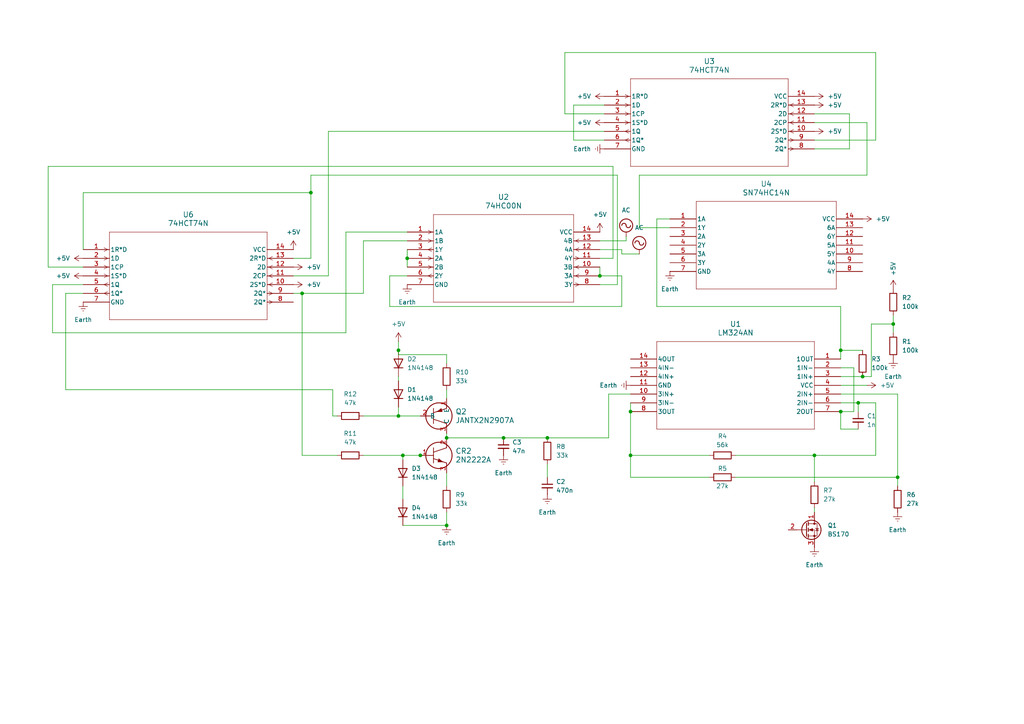
<source format=kicad_sch>
(kicad_sch (version 20250114) (generator "eeschema") (generator_version "9.0")
  (paper "A4")
  (lib_symbols
    (symbol "74HC00:74HC00N" (pin_names (offset 0.254))
      (property "Reference" "U" (at 27.94 10.16 0))
      (property "Value" "74HC00N" (at 27.94 7.62 0))
      (symbol "74HC00N_0_1"
        (polyline (pts (xy 7.0993 0) (xy 6.0579 0.5207)) (stroke (width 0.127)))
        (polyline (pts (xy 7.0993 0) (xy 6.0579 -0.5207)) (stroke (width 0.127)))
        (polyline (pts (xy 7.0993 -2.54) (xy 6.0579 -2.0193)) (stroke (width 0.127)))
        (polyline (pts (xy 7.0993 -2.54) (xy 6.0579 -3.0607)) (stroke (width 0.127)))
        (polyline (pts (xy 7.0993 -4.5593) (xy 6.0579 -5.08)) (stroke (width 0.127)))
        (polyline (pts (xy 7.0993 -5.6007) (xy 6.0579 -5.08)) (stroke (width 0.127)))
        (polyline (pts (xy 7.0993 -7.62) (xy 6.0579 -7.0993)) (stroke (width 0.127)))
        (polyline (pts (xy 7.0993 -7.62) (xy 6.0579 -8.1407)) (stroke (width 0.127)))
        (polyline (pts (xy 7.0993 -10.16) (xy 6.0579 -9.6393)) (stroke (width 0.127)))
        (polyline (pts (xy 7.0993 -10.16) (xy 6.0579 -10.6807)) (stroke (width 0.127)))
        (polyline (pts (xy 7.0993 -12.1793) (xy 6.0579 -12.7)) (stroke (width 0.127)))
        (polyline (pts (xy 7.0993 -13.2207) (xy 6.0579 -12.7)) (stroke (width 0.127)))
        (polyline (pts (xy 7.62 5.08) (xy 7.62 -20.32)) (stroke (width 0.127)))
        (polyline (pts (xy 7.62 -20.32) (xy 48.26 -20.32)) (stroke (width 0.127)))
        (polyline (pts (xy 48.26 5.08) (xy 7.62 5.08)) (stroke (width 0.127)))
        (polyline (pts (xy 48.26 -20.32) (xy 48.26 5.08)) (stroke (width 0.127)))
        (polyline (pts (xy 48.7807 -2.54) (xy 49.8221 -2.0193)) (stroke (width 0.127)))
        (polyline (pts (xy 48.7807 -2.54) (xy 49.8221 -3.0607)) (stroke (width 0.127)))
        (polyline (pts (xy 48.7807 -5.08) (xy 49.8221 -4.5593)) (stroke (width 0.127)))
        (polyline (pts (xy 48.7807 -5.08) (xy 49.8221 -5.6007)) (stroke (width 0.127)))
        (polyline (pts (xy 48.7807 -7.0993) (xy 49.8221 -7.62)) (stroke (width 0.127)))
        (polyline (pts (xy 48.7807 -8.1407) (xy 49.8221 -7.62)) (stroke (width 0.127)))
        (polyline (pts (xy 48.7807 -10.16) (xy 49.8221 -9.6393)) (stroke (width 0.127)))
        (polyline (pts (xy 48.7807 -10.16) (xy 49.8221 -10.6807)) (stroke (width 0.127)))
        (polyline (pts (xy 48.7807 -12.7) (xy 49.8221 -12.1793)) (stroke (width 0.127)))
        (polyline (pts (xy 48.7807 -12.7) (xy 49.8221 -13.2207)) (stroke (width 0.127)))
        (polyline (pts (xy 48.7807 -14.7193) (xy 49.8221 -15.24)) (stroke (width 0.127)))
        (polyline (pts (xy 48.7807 -15.7607) (xy 49.8221 -15.24)) (stroke (width 0.127)))
        (pin input line (at 0 0 0) (length 7.62) (name "1A") (number "1"))
        (pin input line (at 0 -2.54 0) (length 7.62) (name "1B") (number "2"))
        (pin output line (at 0 -5.08 0) (length 7.62) (name "1Y") (number "3"))
        (pin input line (at 0 -7.62 0) (length 7.62) (name "2A") (number "4"))
        (pin input line (at 0 -10.16 0) (length 7.62) (name "2B") (number "5"))
        (pin output line (at 0 -12.7 0) (length 7.62) (name "2Y") (number "6"))
        (pin power_in line (at 0 -15.24 0) (length 7.62) (name "GND") (number "7"))
        (pin power_in line (at 55.88 0 180) (length 7.62) (name "VCC") (number "14"))
        (pin input line (at 55.88 -2.54 180) (length 7.62) (name "4B") (number "13"))
        (pin input line (at 55.88 -5.08 180) (length 7.62) (name "4A") (number "12"))
        (pin output line (at 55.88 -7.62 180) (length 7.62) (name "4Y") (number "11"))
        (pin input line (at 55.88 -10.16 180) (length 7.62) (name "3B") (number "10"))
        (pin input line (at 55.88 -12.7 180) (length 7.62) (name "3A") (number "9"))
        (pin output line (at 55.88 -15.24 180) (length 7.62) (name "3Y") (number "8"))
      )
    )
    (symbol "74HC14:SN74HC14N" (pin_names (offset 0.254))
      (property "Reference" "U" (at 27.94 10.16 0))
      (property "Value" "SN74HC14N" (at 27.94 7.62 0))
      (symbol "SN74HC14N_0_1"
        (polyline (pts (xy 7.62 5.08) (xy 7.62 -20.32)) (stroke (width 0.127)))
        (polyline (pts (xy 7.62 -20.32) (xy 48.26 -20.32)) (stroke (width 0.127)))
        (polyline (pts (xy 48.26 5.08) (xy 7.62 5.08)) (stroke (width 0.127)))
        (polyline (pts (xy 48.26 -20.32) (xy 48.26 5.08)) (stroke (width 0.127)))
        (pin input line (at 0 0 0) (length 7.62) (name "1A") (number "1"))
        (pin output line (at 0 -2.54 0) (length 7.62) (name "1Y") (number "2"))
        (pin input line (at 0 -5.08 0) (length 7.62) (name "2A") (number "3"))
        (pin output line (at 0 -7.62 0) (length 7.62) (name "2Y") (number "4"))
        (pin input line (at 0 -10.16 0) (length 7.62) (name "3A") (number "5"))
        (pin output line (at 0 -12.7 0) (length 7.62) (name "3Y") (number "6"))
        (pin power_in line (at 0 -15.24 0) (length 7.62) (name "GND") (number "7"))
        (pin power_in line (at 55.88 0 180) (length 7.62) (name "VCC") (number "14"))
        (pin input line (at 55.88 -2.54 180) (length 7.62) (name "6A") (number "13"))
        (pin output line (at 55.88 -5.08 180) (length 7.62) (name "6Y") (number "12"))
        (pin input line (at 55.88 -7.62 180) (length 7.62) (name "5A") (number "11"))
        (pin output line (at 55.88 -10.16 180) (length 7.62) (name "5Y") (number "10"))
        (pin input line (at 55.88 -12.7 180) (length 7.62) (name "4A") (number "9"))
        (pin output line (at 55.88 -15.24 180) (length 7.62) (name "4Y") (number "8"))
      )
    )
    (symbol "Device:C_Small" (pin_numbers (hide yes)) (pin_names (offset 0.254) (hide yes))
      (property "Reference" "C" (at 0.254 1.778 0))
      (property "Value" "C_Small" (at 0.254 -2.032 0))
      (symbol "C_Small_0_1"
        (polyline (pts (xy -1.524 0.508) (xy 1.524 0.508)) (stroke (width 0.3048)))
        (polyline (pts (xy -1.524 -0.508) (xy 1.524 -0.508)) (stroke (width 0.3302)))
      )
      (symbol "C_Small_1_1"
        (pin passive line (at 0 2.54 270) (length 2.032) (name "~") (number "1"))
        (pin passive line (at 0 -2.54 90) (length 2.032) (name "~") (number "2"))
      )
    )
    (symbol "Device:R" (pin_numbers (hide yes)) (pin_names (offset 0))
      (property "Reference" "R" (at 2.032 0 90))
      (property "Value" "R" (at 0 0 90))
      (symbol "R_0_1"
        (rectangle (start -1.016 -2.54) (end 1.016 2.54) (stroke (width 0.254)))
      )
      (symbol "R_1_1"
        (pin passive line (at 0 3.81 270) (length 1.27) (name "~") (number "1"))
        (pin passive line (at 0 -3.81 90) (length 1.27) (name "~") (number "2"))
      )
    )
    (symbol "Diode:1N4148" (pin_numbers (hide yes)) (pin_names (hide yes))
      (property "Reference" "D" (at 0 2.54 0))
      (property "Value" "1N4148" (at 0 -2.54 0))
      (symbol "1N4148_0_1"
        (polyline (pts (xy -1.27 1.27) (xy -1.27 -1.27)) (stroke (width 0.254)))
        (polyline (pts (xy 1.27 1.27) (xy 1.27 -1.27) (xy -1.27 0) (xy 1.27 1.27)) (stroke (width 0.254)))
        (polyline (pts (xy 1.27 0) (xy -1.27 0)))
      )
      (symbol "1N4148_1_1"
        (pin passive line (at -3.81 0 0) (length 2.54) (name "K") (number "1"))
        (pin passive line (at 3.81 0 180) (length 2.54) (name "A") (number "2"))
      )
    )
    (symbol "HCT74:74HCT74N" (pin_names (offset 0.254))
      (property "Reference" "U" (at 30.48 10.16 0))
      (property "Value" "74HCT74N" (at 30.48 7.62 0))
      (symbol "74HCT74N_0_1"
        (polyline (pts (xy 7.0993 0) (xy 6.0579 0.5207)) (stroke (width 0.127)))
        (polyline (pts (xy 7.0993 0) (xy 6.0579 -0.5207)) (stroke (width 0.127)))
        (polyline (pts (xy 7.0993 -2.54) (xy 6.0579 -2.0193)) (stroke (width 0.127)))
        (polyline (pts (xy 7.0993 -2.54) (xy 6.0579 -3.0607)) (stroke (width 0.127)))
        (polyline (pts (xy 7.0993 -5.08) (xy 6.0579 -4.5593)) (stroke (width 0.127)))
        (polyline (pts (xy 7.0993 -5.08) (xy 6.0579 -5.6007)) (stroke (width 0.127)))
        (polyline (pts (xy 7.0993 -7.62) (xy 6.0579 -7.0993)) (stroke (width 0.127)))
        (polyline (pts (xy 7.0993 -7.62) (xy 6.0579 -8.1407)) (stroke (width 0.127)))
        (polyline (pts (xy 7.0993 -9.6393) (xy 6.0579 -10.16)) (stroke (width 0.127)))
        (polyline (pts (xy 7.0993 -10.6807) (xy 6.0579 -10.16)) (stroke (width 0.127)))
        (polyline (pts (xy 7.0993 -12.1793) (xy 6.0579 -12.7)) (stroke (width 0.127)))
        (polyline (pts (xy 7.0993 -13.2207) (xy 6.0579 -12.7)) (stroke (width 0.127)))
        (polyline (pts (xy 7.62 5.08) (xy 7.62 -20.32)) (stroke (width 0.127)))
        (polyline (pts (xy 7.62 -20.32) (xy 53.34 -20.32)) (stroke (width 0.127)))
        (polyline (pts (xy 53.34 5.08) (xy 7.62 5.08)) (stroke (width 0.127)))
        (polyline (pts (xy 53.34 -20.32) (xy 53.34 5.08)) (stroke (width 0.127)))
        (polyline (pts (xy 53.8607 -2.54) (xy 54.9021 -2.0193)) (stroke (width 0.127)))
        (polyline (pts (xy 53.8607 -2.54) (xy 54.9021 -3.0607)) (stroke (width 0.127)))
        (polyline (pts (xy 53.8607 -5.08) (xy 54.9021 -4.5593)) (stroke (width 0.127)))
        (polyline (pts (xy 53.8607 -5.08) (xy 54.9021 -5.6007)) (stroke (width 0.127)))
        (polyline (pts (xy 53.8607 -7.62) (xy 54.9021 -7.0993)) (stroke (width 0.127)))
        (polyline (pts (xy 53.8607 -7.62) (xy 54.9021 -8.1407)) (stroke (width 0.127)))
        (polyline (pts (xy 53.8607 -10.16) (xy 54.9021 -9.6393)) (stroke (width 0.127)))
        (polyline (pts (xy 53.8607 -10.16) (xy 54.9021 -10.6807)) (stroke (width 0.127)))
        (polyline (pts (xy 53.8607 -12.1793) (xy 54.9021 -12.7)) (stroke (width 0.127)))
        (polyline (pts (xy 53.8607 -13.2207) (xy 54.9021 -12.7)) (stroke (width 0.127)))
        (polyline (pts (xy 53.8607 -14.7193) (xy 54.9021 -15.24)) (stroke (width 0.127)))
        (polyline (pts (xy 53.8607 -15.7607) (xy 54.9021 -15.24)) (stroke (width 0.127)))
        (pin input line (at 0 0 0) (length 7.62) (name "1R*D") (number "1"))
        (pin input line (at 0 -2.54 0) (length 7.62) (name "1D") (number "2"))
        (pin input line (at 0 -5.08 0) (length 7.62) (name "1CP") (number "3"))
        (pin input line (at 0 -7.62 0) (length 7.62) (name "1S*D") (number "4"))
        (pin output line (at 0 -10.16 0) (length 7.62) (name "1Q") (number "5"))
        (pin output line (at 0 -12.7 0) (length 7.62) (name "1Q*") (number "6"))
        (pin power_in line (at 0 -15.24 0) (length 7.62) (name "GND") (number "7"))
        (pin power_in line (at 60.96 0 180) (length 7.62) (name "VCC") (number "14"))
        (pin input line (at 60.96 -2.54 180) (length 7.62) (name "2R*D") (number "13"))
        (pin input line (at 60.96 -5.08 180) (length 7.62) (name "2D") (number "12"))
        (pin input line (at 60.96 -7.62 180) (length 7.62) (name "2CP") (number "11"))
        (pin input line (at 60.96 -10.16 180) (length 7.62) (name "2S*D") (number "10"))
        (pin output line (at 60.96 -12.7 180) (length 7.62) (name "2Q*") (number "9"))
        (pin output line (at 60.96 -15.24 180) (length 7.62) (name "2Q*") (number "8"))
      )
    )
    (symbol "LM324:LM324AN" (pin_names (offset 0.254))
      (property "Reference" "U" (at 30.48 10.16 0))
      (property "Value" "LM324AN" (at 30.48 7.62 0))
      (symbol "LM324AN_0_1"
        (polyline (pts (xy 7.62 5.08) (xy 7.62 -20.32)) (stroke (width 0.127)))
        (polyline (pts (xy 7.62 -20.32) (xy 53.34 -20.32)) (stroke (width 0.127)))
        (polyline (pts (xy 53.34 5.08) (xy 7.62 5.08)) (stroke (width 0.127)))
        (polyline (pts (xy 53.34 -20.32) (xy 53.34 5.08)) (stroke (width 0.127)))
        (pin output line (at 0 0 0) (length 7.62) (name "1OUT") (number "1"))
        (pin input line (at 0 -2.54 0) (length 7.62) (name "1IN-") (number "2"))
        (pin input line (at 0 -5.08 0) (length 7.62) (name "1IN+") (number "3"))
        (pin power_in line (at 0 -7.62 0) (length 7.62) (name "VCC") (number "4"))
        (pin input line (at 0 -10.16 0) (length 7.62) (name "2IN+") (number "5"))
        (pin input line (at 0 -12.7 0) (length 7.62) (name "2IN-") (number "6"))
        (pin output line (at 0 -15.24 0) (length 7.62) (name "2OUT") (number "7"))
        (pin output line (at 60.96 0 180) (length 7.62) (name "4OUT") (number "14"))
        (pin input line (at 60.96 -2.54 180) (length 7.62) (name "4IN-") (number "13"))
        (pin input line (at 60.96 -5.08 180) (length 7.62) (name "4IN+") (number "12"))
        (pin power_in line (at 60.96 -7.62 180) (length 7.62) (name "GND") (number "11"))
        (pin input line (at 60.96 -10.16 180) (length 7.62) (name "3IN+") (number "10"))
        (pin input line (at 60.96 -12.7 180) (length 7.62) (name "3IN-") (number "9"))
        (pin output line (at 60.96 -15.24 180) (length 7.62) (name "3OUT") (number "8"))
      )
    )
    (symbol "NPN 2N2222:2N2222A" (pin_names (offset 0.254))
      (property "Reference" "CR" (at 10.16 2.54 0))
      (property "Value" "2N2222A" (at 10.16 -2.54 0))
      (symbol "2N2222A_0_1"
        (polyline (pts (xy 2.54 0) (xy 3.81 0)) (stroke (width 0.2032)))
        (polyline (pts (xy 3.81 0.9398) (xy 7.62 2.2098)) (stroke (width 0.2032)))
        (polyline (pts (xy 3.81 -0.9398) (xy 7.62 -2.2098)) (stroke (width 0.2032)))
        (polyline (pts (xy 3.81 -2.2098) (xy 3.81 2.2098)) (stroke (width 0.2032)))
        (circle (center 5.3848 0) (radius 3.81) (stroke (width 0.254)))
        (polyline (pts (xy 5.3848 -0.9398) (xy 5.08 -1.905) (xy 6.6548 -1.905)) (fill (type outline)))
        (polyline (pts (xy 7.62 2.2098) (xy 7.62 2.54)) (stroke (width 0.2032)))
        (polyline (pts (xy 7.62 -2.54) (xy 7.62 -2.2098)) (stroke (width 0.2032)))
        (pin unspecified line (at 0 0 0) (length 2.54) (name "") (number "1"))
        (pin unspecified line (at 7.62 5.08 270) (length 2.54) (name "") (number "2"))
        (pin unspecified line (at 7.62 -5.08 90) (length 2.54) (name "") (number "3"))
      )
    )
    (symbol "PNP 2N2907:JANTX2N2907A" (pin_names (offset 0.254))
      (property "Reference" "Q" (at 10.16 2.54 0))
      (property "Value" "JANTX2N2907A" (at 10.16 -2.54 0))
      (symbol "JANTX2N2907A_0_1"
        (polyline (pts (xy 2.54 0) (xy 3.81 0)) (stroke (width 0.2032)))
        (polyline (pts (xy 3.81 0.9398) (xy 7.62 2.2098)) (stroke (width 0.2032)))
        (polyline (pts (xy 3.81 -0.9398) (xy 7.62 -2.2098)) (stroke (width 0.2032)))
        (polyline (pts (xy 3.81 -2.2098) (xy 3.81 2.2098)) (stroke (width 0.2032)))
        (circle (center 5.3848 0) (radius 3.81) (stroke (width 0.254)))
        (polyline (pts (xy 6.0198 -2.2098) (xy 6.35 -1.27) (xy 4.7498 -1.27)) (fill (type outline)))
        (polyline (pts (xy 7.62 2.2098) (xy 7.62 2.54)) (stroke (width 0.2032)))
        (polyline (pts (xy 7.62 -2.54) (xy 7.62 -2.2098)) (stroke (width 0.2032)))
        (pin unspecified line (at 0 0 0) (length 2.54) (name "B") (number "2"))
        (pin unspecified line (at 7.62 5.08 270) (length 2.54) (name "C") (number "3"))
        (pin unspecified line (at 7.62 -5.08 90) (length 2.54) (name "E") (number "1"))
      )
    )
    (symbol "Transistor_FET:BS170" (pin_names (hide yes))
      (property "Reference" "Q" (at 5.08 1.905 0))
      (property "Value" "BS170" (at 5.08 0 0))
      (symbol "BS170_0_1"
        (polyline (pts (xy 0.254 1.905) (xy 0.254 -1.905)) (stroke (width 0.254)))
        (polyline (pts (xy 0.254 0) (xy -2.54 0)))
        (polyline (pts (xy 0.762 2.286) (xy 0.762 1.27)) (stroke (width 0.254)))
        (polyline (pts (xy 0.762 0.508) (xy 0.762 -0.508)) (stroke (width 0.254)))
        (polyline (pts (xy 0.762 -1.27) (xy 0.762 -2.286)) (stroke (width 0.254)))
        (polyline (pts (xy 0.762 -1.778) (xy 3.302 -1.778) (xy 3.302 1.778) (xy 0.762 1.778)))
        (polyline (pts (xy 1.016 0) (xy 2.032 0.381) (xy 2.032 -0.381) (xy 1.016 0)) (fill (type outline)))
        (circle (center 1.651 0) (radius 2.794) (stroke (width 0.254)))
        (polyline (pts (xy 2.54 2.54) (xy 2.54 1.778)))
        (circle (center 2.54 1.778) (radius 0.254) (fill (type outline)))
        (circle (center 2.54 -1.778) (radius 0.254) (fill (type outline)))
        (polyline (pts (xy 2.54 -2.54) (xy 2.54 0) (xy 0.762 0)))
        (polyline (pts (xy 2.794 0.508) (xy 2.921 0.381) (xy 3.683 0.381) (xy 3.81 0.254)))
        (polyline (pts (xy 3.302 0.381) (xy 2.921 -0.254) (xy 3.683 -0.254) (xy 3.302 0.381)))
      )
      (symbol "BS170_1_1"
        (pin input line (at -5.08 0 0) (length 2.54) (name "G") (number "2"))
        (pin passive line (at 2.54 5.08 270) (length 2.54) (name "D") (number "1"))
        (pin passive line (at 2.54 -5.08 90) (length 2.54) (name "S") (number "3"))
      )
    )
    (symbol "power:+5V" (power) (pin_numbers (hide yes)) (pin_names (offset 0) (hide yes))
      (property "Value" "+5V" (at 0 3.556 0))
      (symbol "+5V_0_1"
        (polyline (pts (xy -0.762 1.27) (xy 0 2.54)))
        (polyline (pts (xy 0 2.54) (xy 0.762 1.27)))
        (polyline (pts (xy 0 0) (xy 0 2.54)))
      )
      (symbol "+5V_1_1"
        (pin power_in line (at 0 0 90) (length 0) (name "~") (number "1"))
      )
    )
    (symbol "power:AC" (power) (pin_numbers (hide yes)) (pin_names (offset 0) (hide yes))
      (property "Value" "AC" (at 0 6.35 0))
      (symbol "AC_0_1"
        (arc (start -1.27 3.175) (mid -0.635 3.8073) (end 0 3.175) (stroke (width 0.254)))
        (circle (center 0 3.175) (radius 1.905) (stroke (width 0.254)))
        (polyline (pts (xy 0 0) (xy 0 1.27)))
        (arc (start 1.27 3.175) (mid 0.635 2.5427) (end 0 3.175) (stroke (width 0.254)))
      )
      (symbol "AC_1_1"
        (pin power_in line (at 0 0 90) (length 0) (name "~") (number "1"))
      )
    )
    (symbol "power:Earth" (power) (pin_numbers (hide yes)) (pin_names (offset 0) (hide yes))
      (property "Value" "Earth" (at 0 -3.81 0))
      (symbol "Earth_0_1"
        (polyline (pts (xy -0.635 -1.905) (xy 0.635 -1.905)))
        (polyline (pts (xy -0.127 -2.54) (xy 0.127 -2.54)))
        (polyline (pts (xy 0 -1.27) (xy 0 0)))
        (polyline (pts (xy 1.27 -1.27) (xy -1.27 -1.27)))
      )
      (symbol "Earth_1_1"
        (pin power_in line (at 0 0 270) (length 0) (name "~") (number "1"))
      )
    )
  )
  (junction (at 182.88 132.08))
  (junction (at 248.92 116.84))
  (junction (at 118.11 74.93))
  (junction (at 129.54 127))
  (junction (at 236.22 132.08))
  (junction (at 116.84 132.08))
  (junction (at 90.17 55.88))
  (junction (at 115.57 101.6))
  (junction (at 182.88 119.38))
  (junction (at 115.57 120.65))
  (junction (at 87.63 85.09))
  (junction (at 250.19 109.22))
  (junction (at 146.05 127))
  (junction (at 243.84 119.38))
  (junction (at 243.84 101.6))
  (junction (at 129.54 152.4))
  (junction (at 121.92 132.08))
  (junction (at 260.35 138.43))
  (junction (at 173.99 80.01))
  (junction (at 259.08 93.98))
  (junction (at 158.75 127))
  (wire (pts (xy 100.33 96.52) (xy 100.33 67.31)))
  (wire (pts (xy 129.54 102.87) (xy 129.54 105.41)))
  (wire (pts (xy 19.05 113.03) (xy 96.52 113.03)))
  (wire (pts (xy 243.84 119.38) (xy 243.84 124.46)))
  (wire (pts (xy 121.92 132.08) (xy 123.19 132.08)))
  (wire (pts (xy 243.84 124.46) (xy 248.92 124.46)))
  (wire (pts (xy 185.42 50.8) (xy 251.46 50.8)))
  (wire (pts (xy 243.84 101.6) (xy 243.84 88.9)))
  (wire (pts (xy 175.26 38.1) (xy 95.25 38.1)))
  (wire (pts (xy 96.52 120.65) (xy 97.79 120.65)))
  (wire (pts (xy 129.54 127) (xy 146.05 127)))
  (wire (pts (xy 105.41 132.08) (xy 116.84 132.08)))
  (wire (pts (xy 260.35 138.43) (xy 260.35 114.3)))
  (wire (pts (xy 185.42 73.66) (xy 180.34 73.66)))
  (wire (pts (xy 115.57 101.6) (xy 115.57 99.06)))
  (wire (pts (xy 248.92 116.84) (xy 248.92 119.38)))
  (wire (pts (xy 259.08 93.98) (xy 252.73 93.98)))
  (wire (pts (xy 166.37 40.64) (xy 175.26 40.64)))
  (wire (pts (xy 248.92 116.84) (xy 243.84 116.84)))
  (wire (pts (xy 260.35 138.43) (xy 260.35 140.97)))
  (wire (pts (xy 158.75 127) (xy 176.53 127)))
  (wire (pts (xy 118.11 80.01) (xy 113.03 80.01)))
  (wire (pts (xy 243.84 88.9) (xy 190.5 88.9)))
  (wire (pts (xy 259.08 93.98) (xy 259.08 96.52)))
  (wire (pts (xy 182.88 119.38) (xy 182.88 132.08)))
  (wire (pts (xy 115.57 109.22) (xy 115.57 110.49)))
  (wire (pts (xy 129.54 152.4) (xy 116.84 152.4)))
  (wire (pts (xy 182.88 132.08) (xy 182.88 138.43)))
  (wire (pts (xy 236.22 147.32) (xy 236.22 148.59)))
  (wire (pts (xy 213.36 138.43) (xy 260.35 138.43)))
  (wire (pts (xy 243.84 119.38) (xy 247.65 119.38)))
  (wire (pts (xy 181.61 68.58) (xy 181.61 69.85)))
  (wire (pts (xy 173.99 69.85) (xy 181.61 69.85)))
  (wire (pts (xy 177.8 48.26) (xy 13.97 48.26)))
  (wire (pts (xy 182.88 116.84) (xy 182.88 119.38)))
  (wire (pts (xy 190.5 88.9) (xy 190.5 63.5)))
  (wire (pts (xy 250.19 109.22) (xy 252.73 109.22)))
  (wire (pts (xy 243.84 111.76) (xy 251.46 111.76)))
  (wire (pts (xy 163.83 33.02) (xy 175.26 33.02)))
  (wire (pts (xy 113.03 80.01) (xy 113.03 88.9)))
  (wire (pts (xy 173.99 77.47) (xy 173.99 80.01)))
  (wire (pts (xy 95.25 38.1) (xy 95.25 80.01)))
  (wire (pts (xy 113.03 88.9) (xy 180.34 88.9)))
  (wire (pts (xy 179.07 50.8) (xy 90.17 50.8)))
  (wire (pts (xy 24.13 85.09) (xy 19.05 85.09)))
  (wire (pts (xy 90.17 50.8) (xy 90.17 55.88)))
  (wire (pts (xy 236.22 33.02) (xy 246.38 33.02)))
  (wire (pts (xy 116.84 132.08) (xy 121.92 132.08)))
  (wire (pts (xy 13.97 77.47) (xy 24.13 77.47)))
  (wire (pts (xy 116.84 140.97) (xy 116.84 144.78)))
  (wire (pts (xy 96.52 120.65) (xy 96.52 113.03)))
  (wire (pts (xy 115.57 102.87) (xy 129.54 102.87)))
  (wire (pts (xy 90.17 74.93) (xy 90.17 55.88)))
  (wire (pts (xy 176.53 114.3) (xy 182.88 114.3)))
  (wire (pts (xy 177.8 74.93) (xy 177.8 48.26)))
  (wire (pts (xy 129.54 137.16) (xy 129.54 140.97)))
  (wire (pts (xy 236.22 132.08) (xy 254 132.08)))
  (wire (pts (xy 15.24 82.55) (xy 15.24 96.52)))
  (wire (pts (xy 158.75 127) (xy 146.05 127)))
  (wire (pts (xy 116.84 132.08) (xy 116.84 133.35)))
  (wire (pts (xy 252.73 93.98) (xy 252.73 109.22)))
  (wire (pts (xy 90.17 55.88) (xy 24.13 55.88)))
  (wire (pts (xy 254 40.64) (xy 254 15.24)))
  (wire (pts (xy 19.05 85.09) (xy 19.05 113.03)))
  (wire (pts (xy 247.65 119.38) (xy 247.65 106.68)))
  (wire (pts (xy 15.24 96.52) (xy 100.33 96.52)))
  (wire (pts (xy 87.63 132.08) (xy 97.79 132.08)))
  (wire (pts (xy 85.09 74.93) (xy 90.17 74.93)))
  (wire (pts (xy 185.42 66.04) (xy 185.42 50.8)))
  (wire (pts (xy 243.84 109.22) (xy 250.19 109.22)))
  (wire (pts (xy 213.36 132.08) (xy 236.22 132.08)))
  (wire (pts (xy 105.41 120.65) (xy 115.57 120.65)))
  (wire (pts (xy 260.35 114.3) (xy 243.84 114.3)))
  (wire (pts (xy 251.46 50.8) (xy 251.46 35.56)))
  (wire (pts (xy 182.88 138.43) (xy 205.74 138.43)))
  (wire (pts (xy 179.07 82.55) (xy 179.07 50.8)))
  (wire (pts (xy 173.99 80.01) (xy 180.34 80.01)))
  (wire (pts (xy 24.13 55.88) (xy 24.13 72.39)))
  (wire (pts (xy 243.84 101.6) (xy 243.84 104.14)))
  (wire (pts (xy 259.08 91.44) (xy 259.08 93.98)))
  (wire (pts (xy 254 15.24) (xy 163.83 15.24)))
  (wire (pts (xy 180.34 88.9) (xy 180.34 80.01)))
  (wire (pts (xy 246.38 43.18) (xy 236.22 43.18)))
  (wire (pts (xy 254 116.84) (xy 248.92 116.84)))
  (wire (pts (xy 176.53 127) (xy 176.53 114.3)))
  (wire (pts (xy 236.22 40.64) (xy 254 40.64)))
  (wire (pts (xy 24.13 82.55) (xy 15.24 82.55)))
  (wire (pts (xy 115.57 120.65) (xy 121.92 120.65)))
  (wire (pts (xy 105.41 85.09) (xy 105.41 69.85)))
  (wire (pts (xy 115.57 102.87) (xy 115.57 101.6)))
  (wire (pts (xy 100.33 67.31) (xy 118.11 67.31)))
  (wire (pts (xy 118.11 74.93) (xy 118.11 77.47)))
  (wire (pts (xy 87.63 85.09) (xy 105.41 85.09)))
  (wire (pts (xy 173.99 82.55) (xy 179.07 82.55)))
  (wire (pts (xy 129.54 125.73) (xy 129.54 127)))
  (wire (pts (xy 158.75 134.62) (xy 158.75 138.43)))
  (wire (pts (xy 129.54 113.03) (xy 129.54 115.57)))
  (wire (pts (xy 236.22 132.08) (xy 236.22 139.7)))
  (wire (pts (xy 251.46 35.56) (xy 236.22 35.56)))
  (wire (pts (xy 246.38 33.02) (xy 246.38 43.18)))
  (wire (pts (xy 95.25 80.01) (xy 85.09 80.01)))
  (wire (pts (xy 87.63 85.09) (xy 87.63 132.08)))
  (wire (pts (xy 254 132.08) (xy 254 116.84)))
  (wire (pts (xy 194.31 66.04) (xy 185.42 66.04)))
  (wire (pts (xy 118.11 72.39) (xy 118.11 74.93)))
  (wire (pts (xy 182.88 132.08) (xy 205.74 132.08)))
  (wire (pts (xy 115.57 118.11) (xy 115.57 120.65)))
  (wire (pts (xy 173.99 74.93) (xy 177.8 74.93)))
  (wire (pts (xy 163.83 15.24) (xy 163.83 33.02)))
  (wire (pts (xy 129.54 148.59) (xy 129.54 152.4)))
  (wire (pts (xy 247.65 106.68) (xy 243.84 106.68)))
  (wire (pts (xy 250.19 101.6) (xy 243.84 101.6)))
  (wire (pts (xy 105.41 69.85) (xy 118.11 69.85)))
  (wire (pts (xy 13.97 48.26) (xy 13.97 77.47)))
  (wire (pts (xy 180.34 73.66) (xy 180.34 72.39)))
  (wire (pts (xy 190.5 63.5) (xy 194.31 63.5)))
  (wire (pts (xy 180.34 72.39) (xy 173.99 72.39)))
  (wire (pts (xy 175.26 30.48) (xy 166.37 30.48)))
  (wire (pts (xy 85.09 85.09) (xy 87.63 85.09)))
  (wire (pts (xy 166.37 30.48) (xy 166.37 40.64)))
  (symbol (lib_id "power:+5V") (at 251.46 111.76 270) (mirror x) (unit 1)
    (property "Reference" "#PWR013" (effects (hide yes)))
    (property "Value" "+5V" (at 255.27 111.7599 90) (effects (justify left)))
    (property "Description" "Power symbol creates a global label with name \"+5V\"" (effects (hide yes)))
  )
  (symbol (lib_id "power:+5V") (at 250.19 63.5 270) (mirror x) (unit 1)
    (property "Reference" "#PWR026" (effects (hide yes)))
    (property "Value" "+5V" (at 254 63.4999 90) (effects (justify left)))
    (property "Description" "Power symbol creates a global label with name \"+5V\"" (effects (hide yes)))
  )
  (symbol (lib_id "power:+5V") (at 236.22 38.1 270) (mirror x) (unit 1)
    (property "Reference" "#PWR023" (effects (hide yes)))
    (property "Value" "+5V" (at 240.03 38.0999 90) (effects (justify left)))
    (property "Description" "Power symbol creates a global label with name \"+5V\"" (effects (hide yes)))
  )
  (symbol (lib_id "power:+5V") (at 236.22 30.48 270) (mirror x) (unit 1)
    (property "Reference" "#PWR020" (effects (hide yes)))
    (property "Value" "+5V" (at 240.03 30.4799 90) (effects (justify left)))
    (property "Description" "Power symbol creates a global label with name \"+5V\"" (effects (hide yes)))
  )
  (symbol (lib_id "Device:R") (at 259.08 87.63 0) (unit 1)
    (property "Reference" "R2" (at 261.62 86.3599 0) (effects (justify left)))
    (property "Value" "100k" (at 261.62 88.8999 0) (effects (justify left)))
    (property "Footprint" "Resistor_THT:R_Axial_DIN0207_L6.3mm_D2.5mm_P7.62mm_Horizontal" (effects (hide yes)))
    (property "Description" "Resistor" (effects (hide yes)))
  )
  (symbol (lib_id "power:Earth") (at 24.13 87.63 0) (unit 1)
    (property "Reference" "#PWR06" (effects (hide yes)))
    (property "Value" "Earth" (at 24.13 92.71 0))
    (property "Description" "Power symbol creates a global label with name \"Earth\"" (effects (hide yes)))
  )
  (symbol (lib_id "LM324:LM324AN") (at 243.84 104.14 0) (mirror y) (unit 1)
    (property "Reference" "U1" (at 213.36 93.98 0) (effects (font (size 1.524 1.524))))
    (property "Value" "LM324AN" (at 213.36 96.52 0) (effects (font (size 1.524 1.524))))
    (property "Footprint" "LM324:N14" (effects (hide yes)))
    (property "Datasheet" "LM324AN" (effects (hide yes)))
  )
  (symbol (lib_id "power:Earth") (at 182.88 111.76 270) (unit 1)
    (property "Reference" "#PWR014" (effects (hide yes)))
    (property "Value" "Earth" (at 179.07 111.7599 90) (effects (justify right)))
    (property "Description" "Power symbol creates a global label with name \"Earth\"" (effects (hide yes)))
  )
  (symbol (lib_id "power:Earth") (at 260.35 148.59 0) (unit 1)
    (property "Reference" "#PWR015" (effects (hide yes)))
    (property "Value" "Earth" (at 260.35 153.67 0))
    (property "Description" "Power symbol creates a global label with name \"Earth\"" (effects (hide yes)))
  )
  (symbol (lib_id "power:Earth") (at 118.11 82.55 0) (unit 1)
    (property "Reference" "#PWR010" (effects (hide yes)))
    (property "Value" "Earth" (at 118.11 87.63 0))
    (property "Description" "Power symbol creates a global label with name \"Earth\"" (effects (hide yes)))
  )
  (symbol (lib_id "Device:R") (at 259.08 100.33 0) (unit 1)
    (property "Reference" "R1" (at 261.62 99.0599 0) (effects (justify left)))
    (property "Value" "100k" (at 261.62 101.5999 0) (effects (justify left)))
    (property "Footprint" "Resistor_THT:R_Axial_DIN0207_L6.3mm_D2.5mm_P7.62mm_Horizontal" (effects (hide yes)))
    (property "Description" "Resistor" (effects (hide yes)))
  )
  (symbol (lib_id "NPN 2N2222:2N2222A") (at 121.92 132.08 0) (unit 1)
    (property "Reference" "CR2" (at 132.08 130.8099 0) (effects (font (size 1.524 1.524)) (justify left)))
    (property "Value" "2N2222A" (at 132.08 133.3499 0) (effects (font (size 1.524 1.524)) (justify left)))
    (property "Footprint" "NPN 2N2222:TO-18_STM" (effects (hide yes)))
    (property "Datasheet" "2N2222A" (effects (hide yes)))
  )
  (symbol (lib_id "power:Earth") (at 175.26 43.18 270) (unit 1)
    (property "Reference" "#PWR021" (effects (hide yes)))
    (property "Value" "Earth" (at 171.45 43.1799 90) (effects (justify right)))
    (property "Description" "Power symbol creates a global label with name \"Earth\"" (effects (hide yes)))
  )
  (symbol (lib_id "Device:R") (at 236.22 143.51 0) (unit 1)
    (property "Reference" "R7" (at 238.76 142.2399 0) (effects (justify left)))
    (property "Value" "27k" (at 238.76 144.7799 0) (effects (justify left)))
    (property "Footprint" "Resistor_THT:R_Axial_DIN0207_L6.3mm_D2.5mm_P7.62mm_Horizontal" (effects (hide yes)))
    (property "Description" "Resistor" (effects (hide yes)))
  )
  (symbol (lib_id "power:Earth") (at 158.75 143.51 0) (unit 1)
    (property "Reference" "#PWR011" (effects (hide yes)))
    (property "Value" "Earth" (at 158.75 148.59 0))
    (property "Description" "Power symbol creates a global label with name \"Earth\"" (effects (hide yes)))
  )
  (symbol (lib_id "power:AC") (at 185.42 73.66 0) (unit 1)
    (property "Reference" "#PWR028" (effects (hide yes)))
    (property "Value" "AC" (at 185.42 66.04 0))
    (property "Description" "Power symbol creates a global label with name \"AC\"" (effects (hide yes)))
  )
  (symbol (lib_id "power:Earth") (at 194.31 78.74 0) (unit 1)
    (property "Reference" "#PWR025" (effects (hide yes)))
    (property "Value" "Earth" (at 194.31 83.82 0))
    (property "Description" "Power symbol creates a global label with name \"Earth\"" (effects (hide yes)))
  )
  (symbol (lib_id "Device:R") (at 250.19 105.41 0) (unit 1)
    (property "Reference" "R3" (at 252.73 104.1399 0) (effects (justify left)))
    (property "Value" "100k" (at 252.73 106.6799 0) (effects (justify left)))
    (property "Footprint" "Resistor_THT:R_Axial_DIN0207_L6.3mm_D2.5mm_P7.62mm_Horizontal" (effects (hide yes)))
    (property "Description" "Resistor" (effects (hide yes)))
  )
  (symbol (lib_id "Device:R") (at 129.54 109.22 180) (unit 1)
    (property "Reference" "R10" (at 132.08 107.9499 0) (effects (justify right)))
    (property "Value" "33k" (at 132.08 110.4899 0) (effects (justify right)))
    (property "Footprint" "Resistor_THT:R_Axial_DIN0207_L6.3mm_D2.5mm_P7.62mm_Horizontal" (effects (hide yes)))
    (property "Description" "Resistor" (effects (hide yes)))
  )
  (symbol (lib_id "74HC14:SN74HC14N") (at 194.31 63.5 0) (unit 1)
    (property "Reference" "U4" (at 222.25 53.34 0) (effects (font (size 1.524 1.524))))
    (property "Value" "SN74HC14N" (at 222.25 55.88 0) (effects (font (size 1.524 1.524))))
    (property "Footprint" "N14" (effects (hide yes)))
    (property "Datasheet" "SN74HC14N" (effects (hide yes)))
  )
  (symbol (lib_id "Transistor_FET:BS170") (at 233.68 153.67 0) (unit 1)
    (property "Reference" "Q1" (at 240.03 152.3999 0) (effects (justify left)))
    (property "Value" "BS170" (at 240.03 154.9399 0) (effects (justify left)))
    (property "Footprint" "Package_TO_SOT_THT:TO-92_Inline" (effects (hide yes)))
    (property "Datasheet" "https://www.onsemi.com/pub/Collateral/BS170-D.PDF" (effects (hide yes)))
    (property "Description" "0.5A Id, 60V Vds, N-Channel MOSFET, TO-92" (effects (hide yes)))
  )
  (symbol (lib_id "Diode:1N4148") (at 115.57 105.41 90) (unit 1)
    (property "Reference" "D2" (at 118.11 104.1399 90) (effects (justify right)))
    (property "Value" "1N4148" (at 118.11 106.6799 90) (effects (justify right)))
    (property "Footprint" "Diode_THT:D_DO-35_SOD27_P7.62mm_Horizontal" (effects (hide yes)))
    (property "Datasheet" "https://assets.nexperia.com/documents/data-sheet/1N4148_1N4448.pdf" (effects (hide yes)))
    (property "Description" "100V 0.15A standard switching diode, DO-35" (effects (hide yes)))
    (property "Sim.Device" "D" (effects (hide yes)))
    (property "Sim.Pins" "1=K 2=A" (effects (hide yes)))
  )
  (symbol (lib_id "power:+5V") (at 85.09 82.55 270) (unit 1)
    (property "Reference" "#PWR07" (effects (hide yes)))
    (property "Value" "+5V" (at 88.9 82.5499 90) (effects (justify left)))
    (property "Description" "Power symbol creates a global label with name \"+5V\"" (effects (hide yes)))
  )
  (symbol (lib_id "Device:R") (at 209.55 132.08 270) (unit 1)
    (property "Reference" "R4" (at 209.55 126.492 90))
    (property "Value" "56k" (at 209.55 129.032 90))
    (property "Footprint" "Resistor_THT:R_Axial_DIN0207_L6.3mm_D2.5mm_P7.62mm_Horizontal" (effects (hide yes)))
    (property "Description" "Resistor" (effects (hide yes)))
  )
  (symbol (lib_id "HCT74:74HCT74N") (at 24.13 72.39 0) (unit 1)
    (property "Reference" "U6" (at 54.61 62.23 0) (effects (font (size 1.524 1.524))))
    (property "Value" "74HCT74N" (at 54.61 64.77 0) (effects (font (size 1.524 1.524))))
    (property "Footprint" "HCT74:SOT27-1_NEX" (effects (hide yes)))
    (property "Datasheet" "74HCT74N" (effects (hide yes)))
  )
  (symbol (lib_id "Device:R") (at 209.55 138.43 270) (unit 1)
    (property "Reference" "R5" (at 209.55 135.89 90))
    (property "Value" "27k" (at 209.55 140.97 90))
    (property "Footprint" "Resistor_THT:R_Axial_DIN0207_L6.3mm_D2.5mm_P7.62mm_Horizontal" (effects (hide yes)))
    (property "Description" "Resistor" (effects (hide yes)))
  )
  (symbol (lib_id "Device:C_Small") (at 146.05 129.54 0) (unit 1)
    (property "Reference" "C3" (at 148.59 128.2762 0) (effects (justify left)))
    (property "Value" "47n" (at 148.59 130.8162 0) (effects (justify left)))
    (property "Footprint" "Capacitor_THT:C_Disc_D3.0mm_W1.6mm_P2.50mm" (effects (hide yes)))
    (property "Description" "Unpolarized capacitor, small symbol" (effects (hide yes)))
  )
  (symbol (lib_id "Device:C_Small") (at 248.92 121.92 0) (unit 1)
    (property "Reference" "C1" (at 251.46 120.6562 0) (effects (justify left)))
    (property "Value" "1n" (at 251.46 123.1962 0) (effects (justify left)))
    (property "Footprint" "Capacitor_THT:C_Disc_D3.0mm_W1.6mm_P2.50mm" (effects (hide yes)))
    (property "Description" "Unpolarized capacitor, small symbol" (effects (hide yes)))
  )
  (symbol (lib_id "Device:R") (at 260.35 144.78 0) (unit 1)
    (property "Reference" "R6" (at 262.89 143.5099 0) (effects (justify left)))
    (property "Value" "27k" (at 262.89 146.0499 0) (effects (justify left)))
    (property "Footprint" "Resistor_THT:R_Axial_DIN0207_L6.3mm_D2.5mm_P7.62mm_Horizontal" (effects (hide yes)))
    (property "Description" "Resistor" (effects (hide yes)))
  )
  (symbol (lib_id "power:+5V") (at 175.26 27.94 90) (mirror x) (unit 1)
    (property "Reference" "#PWR019" (effects (hide yes)))
    (property "Value" "+5V" (at 171.45 27.9401 90) (effects (justify left)))
    (property "Description" "Power symbol creates a global label with name \"+5V\"" (effects (hide yes)))
  )
  (symbol (lib_id "power:+5V") (at 24.13 74.93 90) (unit 1)
    (property "Reference" "#PWR02" (effects (hide yes)))
    (property "Value" "+5V" (at 20.32 74.9299 90) (effects (justify left)))
    (property "Description" "Power symbol creates a global label with name \"+5V\"" (effects (hide yes)))
  )
  (symbol (lib_id "power:Earth") (at 236.22 158.75 0) (unit 1)
    (property "Reference" "#PWR016" (effects (hide yes)))
    (property "Value" "Earth" (at 236.22 163.83 0))
    (property "Description" "Power symbol creates a global label with name \"Earth\"" (effects (hide yes)))
  )
  (symbol (lib_id "power:+5V") (at 85.09 72.39 0) (unit 1)
    (property "Reference" "#PWR01" (effects (hide yes)))
    (property "Value" "+5V" (at 85.09 67.31 0))
    (property "Description" "Power symbol creates a global label with name \"+5V\"" (effects (hide yes)))
  )
  (symbol (lib_id "power:+5V") (at 175.26 35.56 90) (mirror x) (unit 1)
    (property "Reference" "#PWR022" (effects (hide yes)))
    (property "Value" "+5V" (at 171.45 35.5601 90) (effects (justify left)))
    (property "Description" "Power symbol creates a global label with name \"+5V\"" (effects (hide yes)))
  )
  (symbol (lib_id "power:Earth") (at 129.54 152.4 0) (unit 1)
    (property "Reference" "#PWR04" (effects (hide yes)))
    (property "Value" "Earth" (at 129.54 157.48 0))
    (property "Description" "Power symbol creates a global label with name \"Earth\"" (effects (hide yes)))
  )
  (symbol (lib_id "Diode:1N4148") (at 115.57 114.3 90) (unit 1)
    (property "Reference" "D1" (at 118.11 113.0299 90) (effects (justify right)))
    (property "Value" "1N4148" (at 118.11 115.5699 90) (effects (justify right)))
    (property "Footprint" "Diode_THT:D_DO-35_SOD27_P7.62mm_Horizontal" (effects (hide yes)))
    (property "Datasheet" "https://assets.nexperia.com/documents/data-sheet/1N4148_1N4448.pdf" (effects (hide yes)))
    (property "Description" "100V 0.15A standard switching diode, DO-35" (effects (hide yes)))
    (property "Sim.Device" "D" (effects (hide yes)))
    (property "Sim.Pins" "1=K 2=A" (effects (hide yes)))
  )
  (symbol (lib_id "Device:C_Small") (at 158.75 140.97 0) (unit 1)
    (property "Reference" "C2" (at 161.29 139.7062 0) (effects (justify left)))
    (property "Value" "470n" (at 161.29 142.2462 0) (effects (justify left)))
    (property "Footprint" "Capacitor_THT:C_Rect_L7.0mm_W6.0mm_P5.00mm" (effects (hide yes)))
    (property "Description" "Unpolarized capacitor, small symbol" (effects (hide yes)))
  )
  (symbol (lib_id "power:+5V") (at 259.08 83.82 0) (mirror y) (unit 1)
    (property "Reference" "#PWR017" (effects (hide yes)))
    (property "Value" "+5V" (at 259.0799 80.01 90) (effects (justify left)))
    (property "Description" "Power symbol creates a global label with name \"+5V\"" (effects (hide yes)))
  )
  (symbol (lib_id "Diode:1N4148") (at 116.84 137.16 90) (unit 1)
    (property "Reference" "D3" (at 119.38 135.8899 90) (effects (justify right)))
    (property "Value" "1N4148" (at 119.38 138.4299 90) (effects (justify right)))
    (property "Footprint" "Diode_THT:D_DO-35_SOD27_P7.62mm_Horizontal" (effects (hide yes)))
    (property "Datasheet" "https://assets.nexperia.com/documents/data-sheet/1N4148_1N4448.pdf" (effects (hide yes)))
    (property "Description" "100V 0.15A standard switching diode, DO-35" (effects (hide yes)))
    (property "Sim.Device" "D" (effects (hide yes)))
    (property "Sim.Pins" "1=K 2=A" (effects (hide yes)))
  )
  (symbol (lib_id "power:+5V") (at 115.57 99.06 0) (unit 1)
    (property "Reference" "#PWR03" (effects (hide yes)))
    (property "Value" "+5V" (at 115.57 93.98 0))
    (property "Description" "Power symbol creates a global label with name \"+5V\"" (effects (hide yes)))
  )
  (symbol (lib_id "HCT74:74HCT74N") (at 175.26 27.94 0) (unit 1)
    (property "Reference" "U3" (at 205.74 17.78 0) (effects (font (size 1.524 1.524))))
    (property "Value" "74HCT74N" (at 205.74 20.32 0) (effects (font (size 1.524 1.524))))
    (property "Footprint" "HCT74:SOT27-1_NEX" (effects (hide yes)))
    (property "Datasheet" "74HCT74N" (effects (hide yes)))
  )
  (symbol (lib_id "power:+5V") (at 173.99 67.31 0) (unit 1)
    (property "Reference" "#PWR09" (effects (hide yes)))
    (property "Value" "+5V" (at 173.99 62.23 0))
    (property "Description" "Power symbol creates a global label with name \"+5V\"" (effects (hide yes)))
  )
  (symbol (lib_id "power:+5V") (at 85.09 77.47 270) (unit 1)
    (property "Reference" "#PWR08" (effects (hide yes)))
    (property "Value" "+5V" (at 88.9 77.4699 90) (effects (justify left)))
    (property "Description" "Power symbol creates a global label with name \"+5V\"" (effects (hide yes)))
  )
  (symbol (lib_id "Diode:1N4148") (at 116.84 148.59 90) (unit 1)
    (property "Reference" "D4" (at 119.38 147.3199 90) (effects (justify right)))
    (property "Value" "1N4148" (at 119.38 149.8599 90) (effects (justify right)))
    (property "Footprint" "Diode_THT:D_DO-35_SOD27_P7.62mm_Horizontal" (effects (hide yes)))
    (property "Datasheet" "https://assets.nexperia.com/documents/data-sheet/1N4148_1N4448.pdf" (effects (hide yes)))
    (property "Description" "100V 0.15A standard switching diode, DO-35" (effects (hide yes)))
    (property "Sim.Device" "D" (effects (hide yes)))
    (property "Sim.Pins" "1=K 2=A" (effects (hide yes)))
  )
  (symbol (lib_id "power:+5V") (at 236.22 27.94 270) (mirror x) (unit 1)
    (property "Reference" "#PWR024" (effects (hide yes)))
    (property "Value" "+5V" (at 240.03 27.9399 90) (effects (justify left)))
    (property "Description" "Power symbol creates a global label with name \"+5V\"" (effects (hide yes)))
  )
  (symbol (lib_id "Device:R") (at 129.54 144.78 180) (unit 1)
    (property "Reference" "R9" (at 132.08 143.5099 0) (effects (justify right)))
    (property "Value" "33k" (at 132.08 146.0499 0) (effects (justify right)))
    (property "Footprint" "Resistor_THT:R_Axial_DIN0207_L6.3mm_D2.5mm_P7.62mm_Horizontal" (effects (hide yes)))
    (property "Description" "Resistor" (effects (hide yes)))
  )
  (symbol (lib_id "power:Earth") (at 259.08 104.14 0) (unit 1)
    (property "Reference" "#PWR018" (effects (hide yes)))
    (property "Value" "Earth" (at 259.08 109.22 0))
    (property "Description" "Power symbol creates a global label with name \"Earth\"" (effects (hide yes)))
  )
  (symbol (lib_id "Device:R") (at 101.6 132.08 90) (unit 1)
    (property "Reference" "R11" (at 101.6 125.73 90))
    (property "Value" "47k" (at 101.6 128.27 90))
    (property "Footprint" "Resistor_THT:R_Axial_DIN0207_L6.3mm_D2.5mm_P7.62mm_Horizontal" (effects (hide yes)))
    (property "Description" "Resistor" (effects (hide yes)))
  )
  (symbol (lib_id "power:+5V") (at 24.13 80.01 90) (unit 1)
    (property "Reference" "#PWR05" (effects (hide yes)))
    (property "Value" "+5V" (at 20.32 80.0099 90) (effects (justify left)))
    (property "Description" "Power symbol creates a global label with name \"+5V\"" (effects (hide yes)))
  )
  (symbol (lib_id "power:Earth") (at 146.05 132.08 0) (unit 1)
    (property "Reference" "#PWR012" (effects (hide yes)))
    (property "Value" "Earth" (at 146.05 137.16 0))
    (property "Description" "Power symbol creates a global label with name \"Earth\"" (effects (hide yes)))
  )
  (symbol (lib_id "74HC00:74HC00N") (at 118.11 67.31 0) (unit 1)
    (property "Reference" "U2" (at 146.05 57.15 0) (effects (font (size 1.524 1.524))))
    (property "Value" "74HC00N" (at 146.05 59.69 0) (effects (font (size 1.524 1.524))))
    (property "Footprint" "HCT74:SOT27-1_NEX" (effects (hide yes)))
    (property "Datasheet" "74HC00N" (effects (hide yes)))
  )
  (symbol (lib_id "Device:R") (at 158.75 130.81 180) (unit 1)
    (property "Reference" "R8" (at 161.29 129.5399 0) (effects (justify right)))
    (property "Value" "33k" (at 161.29 132.0799 0) (effects (justify right)))
    (property "Footprint" "Resistor_THT:R_Axial_DIN0207_L6.3mm_D2.5mm_P7.62mm_Horizontal" (effects (hide yes)))
    (property "Description" "Resistor" (effects (hide yes)))
  )
  (symbol (lib_id "Device:R") (at 101.6 120.65 90) (unit 1)
    (property "Reference" "R12" (at 101.6 114.3 90))
    (property "Value" "47k" (at 101.6 116.84 90))
    (property "Footprint" "Resistor_THT:R_Axial_DIN0207_L6.3mm_D2.5mm_P7.62mm_Horizontal" (effects (hide yes)))
    (property "Description" "Resistor" (effects (hide yes)))
  )
  (symbol (lib_id "power:AC") (at 181.61 68.58 0) (unit 1)
    (property "Reference" "#PWR027" (effects (hide yes)))
    (property "Value" "AC" (at 181.61 60.96 0))
    (property "Description" "Power symbol creates a global label with name \"AC\"" (effects (hide yes)))
  )
  (symbol (lib_id "PNP 2N2907:JANTX2N2907A") (at 121.92 120.65 0) (mirror x) (unit 1)
    (property "Reference" "Q2" (at 132.08 119.3799 0) (effects (font (size 1.524 1.524)) (justify left)))
    (property "Value" "JANTX2N2907A" (at 132.08 121.9199 0) (effects (font (size 1.524 1.524)) (justify left)))
    (property "Footprint" "PNP 2N2907:TO-18TO-206AA_MCH" (effects (hide yes)))
    (property "Datasheet" "JANTX2N2907A" (effects (hide yes)))
  )
)
</source>
